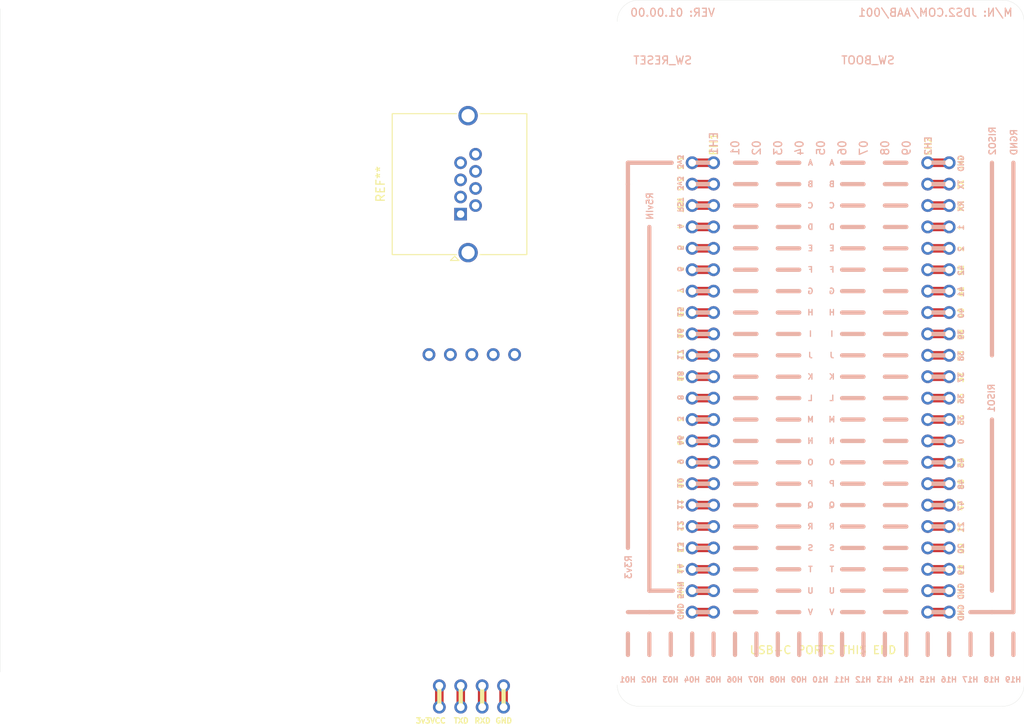
<source format=kicad_pcb>
(kicad_pcb (version 20240108) (generator "pcbnew") (generator_version "8.0")
  (layers (0 "F.Cu" signal) (31 "B.Cu" signal) (34 "B.Paste" user) (35 "F.Paste" user) (36 "B.SilkS" user "B.Silkscreen") (37 "F.SilkS" user "F.Silkscreen") (38 "B.Mask" user) (39 "F.Mask" user) (44 "Edge.Cuts" user))
  (net 0 "")
  (footprint "Connector_RJ:RJ45_Amphenol_RJHSE5380" (layer "F.Cu") (at 108.68 -262.65 90)
    (property "Reference" "REF**")
    (property "Value" "RJ45_Amphenol_RJHSE5380")
  )
  (gr_line (start 136.15 -240.81) (end 138.69 -240.81) (stroke (width 0.508)) (layer "B.SilkS"))
  (gr_line (start 166.63 -212.87) (end 166.63 -210.33) (stroke (width 0.508)) (layer "B.SilkS"))
  (gr_line (start 164.09 -238.27) (end 166.63 -238.27) (stroke (width 0.508)) (layer "B.SilkS"))
  (gr_line (start 159.01 -253.51) (end 161.55 -253.51) (stroke (width 0.508)) (layer "B.SilkS"))
  (gr_line (start 159.01 -240.81) (end 161.55 -240.81) (stroke (width 0.508)) (layer "B.SilkS"))
  (gr_line (start 133.87 -215.41) (end 131.07 -215.41) (stroke (width 0.508)) (layer "B.SilkS"))
  (gr_line (start 146.31 -225.57) (end 148.85 -225.57) (stroke (width 0.508)) (layer "B.SilkS"))
  (gr_line (start 156.47 -212.87) (end 156.47 -210.33) (stroke (width 0.508)) (layer "B.SilkS"))
  (gr_line (start 151.39 -212.87) (end 151.39 -210.33) (stroke (width 0.508)) (layer "B.SilkS"))
  (gr_line (start 164.09 -212.87) (end 164.09 -210.33) (stroke (width 0.508)) (layer "B.SilkS"))
  (gr_line (start 164.09 -240.81) (end 166.63 -240.81) (stroke (width 0.508)) (layer "B.SilkS"))
  (gr_line (start 153.93 -223.03) (end 156.47 -223.03) (stroke (width 0.508)) (layer "B.SilkS"))
  (gr_line (start 148.85 -212.87) (end 148.85 -210.33) (stroke (width 0.508)) (layer "B.SilkS"))
  (gr_line (start 164.09 -228.11) (end 166.63 -228.11) (stroke (width 0.508)) (layer "B.SilkS"))
  (gr_line (start 153.93 -245.89) (end 156.47 -245.89) (stroke (width 0.508)) (layer "B.SilkS"))
  (gr_line (start 136.15 -268.75) (end 138.69 -268.75) (stroke (width 0.508)) (layer "B.SilkS"))
  (gr_line (start 141.23 -217.95) (end 143.77 -217.95) (stroke (width 0.508)) (layer "B.SilkS"))
  (gr_line (start 136.15 -223.03) (end 138.69 -223.03) (stroke (width 0.508)) (layer "B.SilkS"))
  (gr_line (start 136.15 -258.59) (end 138.69 -258.59) (stroke (width 0.508)) (layer "B.SilkS"))
  (gr_line (start 153.93 -268.75) (end 156.47 -268.75) (stroke (width 0.508)) (layer "B.SilkS"))
  (gr_line (start 136.15 -250.97) (end 138.69 -250.97) (stroke (width 0.508)) (layer "B.SilkS"))
  (gr_line (start 164.09 -263.67) (end 166.63 -263.67) (stroke (width 0.508)) (layer "B.SilkS"))
  (gr_line (start 159.01 -238.27) (end 161.55 -238.27) (stroke (width 0.508)) (layer "B.SilkS"))
  (gr_line (start 153.93 -243.35) (end 156.47 -243.35) (stroke (width 0.508)) (layer "B.SilkS"))
  (gr_line (start 146.31 -263.67) (end 148.85 -263.67) (stroke (width 0.508)) (layer "B.SilkS"))
  (gr_line (start 153.93 -261.13) (end 156.47 -261.13) (stroke (width 0.508)) (layer "B.SilkS"))
  (gr_line (start 174.25 -212.87) (end 174.25 -210.33) (stroke (width 0.508)) (layer "B.SilkS"))
  (gr_line (start 136.15 -215.41) (end 138.69 -215.41) (stroke (width 0.508)) (layer "B.SilkS"))
  (gr_line (start 136.15 -253.51) (end 138.69 -253.51) (stroke (width 0.508)) (layer "B.SilkS"))
  (gr_line (start 138.69 -212.87) (end 138.69 -210.33) (stroke (width 0.508)) (layer "B.SilkS"))
  (gr_line (start 136.15 -220.49) (end 138.69 -220.49) (stroke (width 0.508)) (layer "B.SilkS"))
  (gr_line (start 131.07 -212.87) (end 131.07 -210.33) (stroke (width 0.508)) (layer "B.SilkS"))
  (gr_line (start 141.23 -250.97) (end 143.77 -250.97) (stroke (width 0.508)) (layer "B.SilkS"))
  (gr_line (start 146.31 -256.05) (end 148.85 -256.05) (stroke (width 0.508)) (layer "B.SilkS"))
  (gr_line (start 153.93 -217.95) (end 156.47 -217.95) (stroke (width 0.508)) (layer "B.SilkS"))
  (gr_line (start 153.93 -240.81) (end 156.47 -240.81) (stroke (width 0.508)) (layer "B.SilkS"))
  (gr_line (start 153.93 -253.51) (end 156.47 -253.51) (stroke (width 0.508)) (layer "B.SilkS"))
  (gr_line (start 136.15 -235.73) (end 138.69 -235.73) (stroke (width 0.508)) (layer "B.SilkS"))
  (gr_line (start 136.15 -261.13) (end 138.69 -261.13) (stroke (width 0.508)) (layer "B.SilkS"))
  (gr_line (start 136.15 -238.27) (end 138.69 -238.27) (stroke (width 0.508)) (layer "B.SilkS"))
  (gr_line (start 153.93 -248.43) (end 156.47 -248.43) (stroke (width 0.508)) (layer "B.SilkS"))
  (gr_line (start 131.07 -217.95) (end 133.85 -217.95) (stroke (width 0.508)) (layer "B.SilkS"))
  (gr_line (start 146.31 -243.35) (end 148.85 -243.35) (stroke (width 0.508)) (layer "B.SilkS"))
  (gr_line (start 141.23 -243.35) (end 143.77 -243.35) (stroke (width 0.508)) (layer "B.SilkS"))
  (gr_line (start 159.01 -248.43) (end 161.55 -248.43) (stroke (width 0.508)) (layer "B.SilkS"))
  (gr_line (start 146.31 -250.97) (end 148.85 -250.97) (stroke (width 0.508)) (layer "B.SilkS"))
  (gr_line (start 128.53 -266.21) (end 128.53 -223.03) (stroke (width 0.508)) (layer "B.SilkS"))
  (gr_line (start 141.23 -261.13) (end 143.77 -261.13) (stroke (width 0.508)) (layer "B.SilkS"))
  (gr_line (start 164.09 -261.13) (end 166.63 -261.13) (stroke (width 0.508)) (layer "B.SilkS"))
  (gr_line (start 128.53 -268.75) (end 128.53 -266.21) (stroke (width 0.508)) (layer "B.SilkS"))
  (gr_line (start 141.23 -223.03) (end 143.77 -223.03) (stroke (width 0.508)) (layer "B.SilkS"))
  (gr_line (start 164.09 -248.43) (end 166.63 -248.43) (stroke (width 0.508)) (layer "B.SilkS"))
  (gr_line (start 153.93 -230.65) (end 156.47 -230.65) (stroke (width 0.508)) (layer "B.SilkS"))
  (gr_line (start 153.93 -225.57) (end 156.47 -225.57) (stroke (width 0.508)) (layer "B.SilkS"))
  (gr_line (start 153.93 -266.21) (end 156.47 -266.21) (stroke (width 0.508)) (layer "B.SilkS"))
  (gr_line (start 159.01 -215.41) (end 161.55 -215.41) (stroke (width 0.508)) (layer "B.SilkS"))
  (gr_line (start 146.31 -261.13) (end 148.85 -261.13) (stroke (width 0.508)) (layer "B.SilkS"))
  (gr_line (start 141.23 -253.51) (end 143.77 -253.51) (stroke (width 0.508)) (layer "B.SilkS"))
  (gr_line (start 141.23 -220.49) (end 143.77 -220.49) (stroke (width 0.508)) (layer "B.SilkS"))
  (gr_line (start 136.15 -225.57) (end 138.69 -225.57) (stroke (width 0.508)) (layer "B.SilkS"))
  (gr_line (start 141.23 -212.87) (end 141.23 -210.33) (stroke (width 0.508)) (layer "B.SilkS"))
  (gr_line (start 153.93 -235.73) (end 156.47 -235.73) (stroke (width 0.508)) (layer "B.SilkS"))
  (gr_line (start 141.23 -215.41) (end 143.77 -215.41) (stroke (width 0.508)) (layer "B.SilkS"))
  (gr_line (start 133.72 -268.75) (end 128.53 -268.75) (stroke (width 0.508)) (layer "B.SilkS"))
  (gr_line (start 159.01 -268.75) (end 161.55 -268.75) (stroke (width 0.508)) (layer "B.SilkS"))
  (gr_line (start 159.01 -233.19) (end 161.55 -233.19) (stroke (width 0.508)) (layer "B.SilkS"))
  (gr_line (start 141.23 -263.67) (end 143.77 -263.67) (stroke (width 0.508)) (layer "B.SilkS"))
  (gr_line (start 159.01 -258.59) (end 161.55 -258.59) (stroke (width 0.508)) (layer "B.SilkS"))
  (gr_line (start 146.31 -266.21) (end 148.85 -266.21) (stroke (width 0.508)) (layer "B.SilkS"))
  (gr_line (start 171.71 -238.27) (end 171.71 -217.95) (stroke (width 0.508)) (layer "B.SilkS"))
  (gr_line (start 136.15 -248.43) (end 138.69 -248.43) (stroke (width 0.508)) (layer "B.SilkS"))
  (gr_line (start 141.23 -230.65) (end 143.77 -230.65) (stroke (width 0.508)) (layer "B.SilkS"))
  (gr_line (start 131.07 -261.13) (end 131.07 -217.95) (stroke (width 0.508)) (layer "B.SilkS"))
  (gr_line (start 136.15 -228.11) (end 138.69 -228.11) (stroke (width 0.508)) (layer "B.SilkS"))
  (gr_line (start 164.09 -230.65) (end 166.63 -230.65) (stroke (width 0.508)) (layer "B.SilkS"))
  (gr_line (start 164.09 -225.57) (end 166.63 -225.57) (stroke (width 0.508)) (layer "B.SilkS"))
  (gr_line (start 153.93 -212.87) (end 153.93 -210.33) (stroke (width 0.508)) (layer "B.SilkS"))
  (gr_line (start 159.01 -225.57) (end 161.55 -225.57) (stroke (width 0.508)) (layer "B.SilkS"))
  (gr_line (start 153.93 -263.67) (end 156.47 -263.67) (stroke (width 0.508)) (layer "B.SilkS"))
  (gr_line (start 141.23 -233.19) (end 143.77 -233.19) (stroke (width 0.508)) (layer "B.SilkS"))
  (gr_line (start 164.09 -253.51) (end 166.63 -253.51) (stroke (width 0.508)) (layer "B.SilkS"))
  (gr_line (start 153.93 -215.41) (end 156.47 -215.41) (stroke (width 0.508)) (layer "B.SilkS"))
  (gr_line (start 146.31 -230.65) (end 148.85 -230.65) (stroke (width 0.508)) (layer "B.SilkS"))
  (gr_line (start 146.31 -258.59) (end 148.85 -258.59) (stroke (width 0.508)) (layer "B.SilkS"))
  (gr_line (start 146.31 -217.95) (end 148.85 -217.95) (stroke (width 0.508)) (layer "B.SilkS"))
  (gr_line (start 159.01 -243.35) (end 161.55 -243.35) (stroke (width 0.508)) (layer "B.SilkS"))
  (gr_line (start 174.25 -215.41) (end 174.25 -268.75) (stroke (width 0.508)) (layer "B.SilkS"))
  (gr_line (start 169.15 -215.41) (end 171.71 -215.41) (stroke (width 0.508)) (layer "B.SilkS"))
  (gr_line (start 146.31 -238.27) (end 148.85 -238.27) (stroke (width 0.508)) (layer "B.SilkS"))
  (gr_line (start 159.01 -223.03) (end 161.55 -223.03) (stroke (width 0.508)) (layer "B.SilkS"))
  (gr_line (start 146.31 -228.11) (end 148.85 -228.11) (stroke (width 0.508)) (layer "B.SilkS"))
  (gr_line (start 141.23 -248.43) (end 143.77 -248.43) (stroke (width 0.508)) (layer "B.SilkS"))
  (gr_line (start 136.15 -263.67) (end 138.69 -263.67) (stroke (width 0.508)) (layer "B.SilkS"))
  (gr_line (start 141.23 -256.05) (end 143.77 -256.05) (stroke (width 0.508)) (layer "B.SilkS"))
  (gr_line (start 136.15 -212.87) (end 136.15 -210.33) (stroke (width 0.508)) (layer "B.SilkS"))
  (gr_line (start 159.01 -230.65) (end 161.55 -230.65) (stroke (width 0.508)) (layer "B.SilkS"))
  (gr_line (start 164.09 -266.21) (end 166.63 -266.21) (stroke (width 0.508)) (layer "B.SilkS"))
  (gr_line (start 136.15 -230.65) (end 138.69 -230.65) (stroke (width 0.508)) (layer "B.SilkS"))
  (gr_line (start 146.31 -212.87) (end 146.31 -210.33) (stroke (width 0.508)) (layer "B.SilkS"))
  (gr_line (start 136.15 -245.89) (end 138.69 -245.89) (stroke (width 0.508)) (layer "B.SilkS"))
  (gr_line (start 164.09 -245.89) (end 166.63 -245.89) (stroke (width 0.508)) (layer "B.SilkS"))
  (gr_line (start 146.31 -215.41) (end 148.85 -215.41) (stroke (width 0.508)) (layer "B.SilkS"))
  (gr_line (start 159.01 -261.13) (end 161.55 -261.13) (stroke (width 0.508)) (layer "B.SilkS"))
  (gr_line (start 159.01 -250.97) (end 161.55 -250.97) (stroke (width 0.508)) (layer "B.SilkS"))
  (gr_line (start 164.09 -220.49) (end 166.63 -220.49) (stroke (width 0.508)) (layer "B.SilkS"))
  (gr_line (start 161.55 -212.87) (end 161.55 -210.33) (stroke (width 0.508)) (layer "B.SilkS"))
  (gr_line (start 164.09 -256.05) (end 166.63 -256.05) (stroke (width 0.508)) (layer "B.SilkS"))
  (gr_line (start 146.31 -240.81) (end 148.85 -240.81) (stroke (width 0.508)) (layer "B.SilkS"))
  (gr_line (start 146.31 -245.89) (end 148.85 -245.89) (stroke (width 0.508)) (layer "B.SilkS"))
  (gr_line (start 146.31 -268.75) (end 148.85 -268.75) (stroke (width 0.508)) (layer "B.SilkS"))
  (gr_line (start 136.15 -266.21) (end 138.69 -266.21) (stroke (width 0.508)) (layer "B.SilkS"))
  (gr_line (start 141.23 -235.73) (end 143.77 -235.73) (stroke (width 0.508)) (layer "B.SilkS"))
  (gr_line (start 146.31 -220.49) (end 148.85 -220.49) (stroke (width 0.508)) (layer "B.SilkS"))
  (gr_line (start 164.09 -215.41) (end 166.63 -215.41) (stroke (width 0.508)) (layer "B.SilkS"))
  (gr_line (start 136.15 -217.95) (end 138.69 -217.95) (stroke (width 0.508)) (layer "B.SilkS"))
  (gr_line (start 133.61 -212.87) (end 133.61 -210.33) (stroke (width 0.508)) (layer "B.SilkS"))
  (gr_line (start 136.15 -256.05) (end 138.69 -256.05) (stroke (width 0.508)) (layer "B.SilkS"))
  (gr_line (start 146.31 -235.73) (end 148.85 -235.73) (stroke (width 0.508)) (layer "B.SilkS"))
  (gr_line (start 153.93 -238.27) (end 156.47 -238.27) (stroke (width 0.508)) (layer "B.SilkS"))
  (gr_line (start 164.09 -258.59) (end 166.63 -258.59) (stroke (width 0.508)) (layer "B.SilkS"))
  (gr_line (start 141.23 -258.59) (end 143.77 -258.59) (stroke (width 0.508)) (layer "B.SilkS"))
  (gr_line (start 159.01 -217.95) (end 161.55 -217.95) (stroke (width 0.508)) (layer "B.SilkS"))
  (gr_line (start 136.15 -243.35) (end 138.69 -243.35) (stroke (width 0.508)) (layer "B.SilkS"))
  (gr_line (start 128.53 -212.87) (end 128.53 -210.33) (stroke (width 0.508)) (layer "B.SilkS"))
  (gr_line (start 141.23 -266.21) (end 143.77 -266.21) (stroke (width 0.508)) (layer "B.SilkS"))
  (gr_line (start 153.93 -220.49) (end 156.47 -220.49) (stroke (width 0.508)) (layer "B.SilkS"))
  (gr_line (start 153.93 -250.97) (end 156.47 -250.97) (stroke (width 0.508)) (layer "B.SilkS"))
  (gr_line (start 146.31 -248.43) (end 148.85 -248.43) (stroke (width 0.508)) (layer "B.SilkS"))
  (gr_line (start 159.01 -228.11) (end 161.55 -228.11) (stroke (width 0.508)) (layer "B.SilkS"))
  (gr_line (start 159.01 -256.05) (end 161.55 -256.05) (stroke (width 0.508)) (layer "B.SilkS"))
  (gr_line (start 164.09 -250.97) (end 166.63 -250.97) (stroke (width 0.508)) (layer "B.SilkS"))
  (gr_line (start 153.93 -228.11) (end 156.47 -228.11) (stroke (width 0.508)) (layer "B.SilkS"))
  (gr_line (start 171.71 -215.41) (end 174.25 -215.41) (stroke (width 0.508)) (layer "B.SilkS"))
  (gr_line (start 159.01 -263.67) (end 161.55 -263.67) (stroke (width 0.508)) (layer "B.SilkS"))
  (gr_line (start 164.09 -235.73) (end 166.63 -235.73) (stroke (width 0.508)) (layer "B.SilkS"))
  (gr_line (start 171.71 -245.89) (end 171.71 -268.75) (stroke (width 0.508)) (layer "B.SilkS"))
  (gr_line (start 153.93 -256.05) (end 156.47 -256.05) (stroke (width 0.508)) (layer "B.SilkS"))
  (gr_line (start 141.23 -268.75) (end 143.77 -268.75) (stroke (width 0.508)) (layer "B.SilkS"))
  (gr_line (start 164.09 -268.75) (end 166.63 -268.75) (stroke (width 0.508)) (layer "B.SilkS"))
  (gr_line (start 136.15 -233.19) (end 138.69 -233.19) (stroke (width 0.508)) (layer "B.SilkS"))
  (gr_line (start 164.09 -217.95) (end 166.63 -217.95) (stroke (width 0.508)) (layer "B.SilkS"))
  (gr_line (start 171.71 -212.87) (end 171.71 -210.33) (stroke (width 0.508)) (layer "B.SilkS"))
  (gr_line (start 159.01 -245.89) (end 161.55 -245.89) (stroke (width 0.508)) (layer "B.SilkS"))
  (gr_line (start 164.09 -233.19) (end 166.63 -233.19) (stroke (width 0.508)) (layer "B.SilkS"))
  (gr_line (start 153.93 -258.59) (end 156.47 -258.59) (stroke (width 0.508)) (layer "B.SilkS"))
  (gr_line (start 141.23 -238.27) (end 143.77 -238.27) (stroke (width 0.508)) (layer "B.SilkS"))
  (gr_line (start 164.09 -243.35) (end 166.63 -243.35) (stroke (width 0.508)) (layer "B.SilkS"))
  (gr_line (start 141.23 -240.81) (end 143.77 -240.81) (stroke (width 0.508)) (layer "B.SilkS"))
  (gr_line (start 169.17 -212.87) (end 169.17 -210.33) (stroke (width 0.508)) (layer "B.SilkS"))
  (gr_line (start 159.01 -266.21) (end 161.55 -266.21) (stroke (width 0.508)) (layer "B.SilkS"))
  (gr_line (start 143.77 -212.87) (end 143.77 -210.33) (stroke (width 0.508)) (layer "B.SilkS"))
  (gr_line (start 146.31 -253.51) (end 148.85 -253.51) (stroke (width 0.508)) (layer "B.SilkS"))
  (gr_line (start 141.23 -228.11) (end 143.77 -228.11) (stroke (width 0.508)) (layer "B.SilkS"))
  (gr_line (start 164.09 -223.03) (end 166.63 -223.03) (stroke (width 0.508)) (layer "B.SilkS"))
  (gr_line (start 159.01 -212.87) (end 159.01 -210.33) (stroke (width 0.508)) (layer "B.SilkS"))
  (gr_line (start 141.23 -245.89) (end 143.77 -245.89) (stroke (width 0.508)) (layer "B.SilkS"))
  (gr_line (start 141.23 -225.57) (end 143.77 -225.57) (stroke (width 0.508)) (layer "B.SilkS"))
  (gr_line (start 131.07 -215.41) (end 128.53 -215.41) (stroke (width 0.508)) (layer "B.SilkS"))
  (gr_line (start 159.01 -235.73) (end 161.55 -235.73) (stroke (width 0.508)) (layer "B.SilkS"))
  (gr_line (start 153.93 -233.19) (end 156.47 -233.19) (stroke (width 0.508)) (layer "B.SilkS"))
  (gr_line (start 159.01 -220.49) (end 161.55 -220.49) (stroke (width 0.508)) (layer "B.SilkS"))
  (gr_line (start 146.31 -223.03) (end 148.85 -223.03) (stroke (width 0.508)) (layer "B.SilkS"))
  (gr_line (start 146.31 -233.19) (end 148.85 -233.19) (stroke (width 0.508)) (layer "B.SilkS"))
  (gr_line (start 136.15 -238.27) (end 138.69 -238.27) (stroke (width 0.508)) (layer "F.SilkS"))
  (gr_line (start 164.09 -268.75) (end 166.63 -268.75) (stroke (width 0.508)) (layer "F.SilkS"))
  (gr_line (start 164.09 -220.49) (end 166.63 -220.49) (stroke (width 0.508)) (layer "F.SilkS"))
  (gr_line (start 136.15 -250.97) (end 138.69 -250.97) (stroke (width 0.508)) (layer "F.SilkS"))
  (gr_line (start 164.09 -245.89) (end 166.63 -245.89) (stroke (width 0.508)) (layer "F.SilkS"))
  (gr_line (start 136.15 -235.73) (end 138.69 -235.73) (stroke (width 0.508)) (layer "F.SilkS"))
  (gr_line (start 164.09 -266.21) (end 166.63 -266.21) (stroke (width 0.508)) (layer "F.SilkS"))
  (gr_line (start 164.09 -263.67) (end 166.63 -263.67) (stroke (width 0.508)) (layer "F.SilkS"))
  (gr_line (start 164.09 -215.41) (end 166.63 -215.41) (stroke (width 0.508)) (layer "F.SilkS"))
  (gr_line (start 164.09 -238.27) (end 166.63 -238.27) (stroke (width 0.508)) (layer "F.SilkS"))
  (gr_line (start 164.09 -240.81) (end 166.63 -240.81) (stroke (width 0.508)) (layer "F.SilkS"))
  (gr_line (start 136.15 -248.43) (end 138.69 -248.43) (stroke (width 0.508)) (layer "F.SilkS"))
  (gr_line (start 106.16 -206.67) (end 106.16 -204.13) (stroke (width 0.508)) (layer "F.SilkS"))
  (gr_line (start 164.09 -248.43) (end 166.63 -248.43) (stroke (width 0.508)) (layer "F.SilkS"))
  (gr_line (start 164.09 -250.97) (end 166.63 -250.97) (stroke (width 0.508)) (layer "F.SilkS"))
  (gr_line (start 164.09 -261.13) (end 166.63 -261.13) (stroke (width 0.508)) (layer "F.SilkS"))
  (gr_line (start 164.09 -225.57) (end 166.63 -225.57) (stroke (width 0.508)) (layer "F.SilkS"))
  (gr_line (start 164.09 -223.03) (end 166.63 -223.03) (stroke (width 0.508)) (layer "F.SilkS"))
  (gr_line (start 136.15 -215.41) (end 138.69 -215.41) (stroke (width 0.508)) (layer "F.SilkS"))
  (gr_line (start 164.09 -253.51) (end 166.63 -253.51) (stroke (width 0.508)) (layer "F.SilkS"))
  (gr_line (start 136.15 -243.35) (end 138.69 -243.35) (stroke (width 0.508)) (layer "F.SilkS"))
  (gr_line (start 136.15 -225.57) (end 138.69 -225.57) (stroke (width 0.508)) (layer "F.SilkS"))
  (gr_line (start 136.15 -258.59) (end 138.69 -258.59) (stroke (width 0.508)) (layer "F.SilkS"))
  (gr_line (start 164.09 -217.95) (end 166.63 -217.95) (stroke (width 0.508)) (layer "F.SilkS"))
  (gr_line (start 136.15 -223.03) (end 138.69 -223.03) (stroke (width 0.508)) (layer "F.SilkS"))
  (gr_line (start 111.24 -206.67) (end 111.24 -204.13) (stroke (width 0.508)) (layer "F.SilkS"))
  (gr_line (start 136.15 -220.49) (end 138.69 -220.49) (stroke (width 0.508)) (layer "F.SilkS"))
  (gr_line (start 136.15 -268.75) (end 138.69 -268.75) (stroke (width 0.508)) (layer "F.SilkS"))
  (gr_line (start 164.09 -228.11) (end 166.63 -228.11) (stroke (width 0.508)) (layer "F.SilkS"))
  (gr_line (start 136.15 -230.65) (end 138.69 -230.65) (stroke (width 0.508)) (layer "F.SilkS"))
  (gr_line (start 136.15 -228.11) (end 138.69 -228.11) (stroke (width 0.508)) (layer "F.SilkS"))
  (gr_line (start 136.15 -256.05) (end 138.69 -256.05) (stroke (width 0.508)) (layer "F.SilkS"))
  (gr_line (start 136.15 -263.67) (end 138.69 -263.67) (stroke (width 0.508)) (layer "F.SilkS"))
  (gr_line (start 108.7 -206.67) (end 108.7 -204.13) (stroke (width 0.508)) (layer "F.SilkS"))
  (gr_line (start 164.09 -243.35) (end 166.63 -243.35) (stroke (width 0.508)) (layer "F.SilkS"))
  (gr_line (start 164.09 -233.19) (end 166.63 -233.19) (stroke (width 0.508)) (layer "F.SilkS"))
  (gr_line (start 164.09 -235.73) (end 166.63 -235.73) (stroke (width 0.508)) (layer "F.SilkS"))
  (gr_line (start 136.15 -217.95) (end 138.69 -217.95) (stroke (width 0.508)) (layer "F.SilkS"))
  (gr_line (start 164.09 -230.65) (end 166.63 -230.65) (stroke (width 0.508)) (layer "F.SilkS"))
  (gr_line (start 136.15 -261.13) (end 138.69 -261.13) (stroke (width 0.508)) (layer "F.SilkS"))
  (gr_line (start 136.15 -245.89) (end 138.69 -245.89) (stroke (width 0.508)) (layer "F.SilkS"))
  (gr_line (start 136.15 -266.21) (end 138.69 -266.21) (stroke (width 0.508)) (layer "F.SilkS"))
  (gr_line (start 164.09 -256.05) (end 166.63 -256.05) (stroke (width 0.508)) (layer "F.SilkS"))
  (gr_line (start 136.15 -253.51) (end 138.69 -253.51) (stroke (width 0.508)) (layer "F.SilkS"))
  (gr_line (start 136.15 -233.19) (end 138.69 -233.19) (stroke (width 0.508)) (layer "F.SilkS"))
  (gr_line (start 136.15 -240.81) (end 138.69 -240.81) (stroke (width 0.508)) (layer "F.SilkS"))
  (gr_line (start 113.78 -206.67) (end 113.78 -204.13) (stroke (width 0.508)) (layer "F.SilkS"))
  (gr_line (start 164.09 -258.59) (end 166.63 -258.59) (stroke (width 0.508)) (layer "F.SilkS"))
  (gr_arc (start 127.26 -285.514) (mid 128.003949 -287.310051) (end 129.8 -288.054) (stroke (width 0.0254)) (layer "Edge.Cuts"))
  (gr_line (start 129.8 -288.054) (end 172.98 -288.054) (stroke (width 0.0254)) (layer "Edge.Cuts"))
  (gr_arc (start 175.52 -206.774) (mid 174.776051 -204.977949) (end 172.98 -204.234) (stroke (width 0.0254)) (layer "Edge.Cuts"))
  (gr_line (start 54.06 -208.3) (end 54.06 -287.04) (stroke (width 0.0254)) (layer "Edge.Cuts"))
  (gr_arc (start 172.98 -288.054) (mid 174.776051 -287.310051) (end 175.52 -285.514) (stroke (width 0.0254)) (layer "Edge.Cuts"))
  (gr_line (start 129.8 -204.234) (end 172.98 -204.234) (stroke (width 0.0254)) (layer "Edge.Cuts"))
  (gr_arc (start 129.8 -204.234) (mid 128.003949 -204.977949) (end 127.26 -206.774) (stroke (width 0.0254)) (layer "Edge.Cuts"))
  (gr_line (start 175.52 -206.774) (end 175.52 -285.514) (stroke (width 0.0254)) (layer "Edge.Cuts"))
  (gr_text "H19" (at 173.18 -207.764 0) (layer "B.SilkS") (effects (font (size 0.635 0.635) (thickness 0.1524) (bold yes)) (justify right top mirror)))
  (gr_text "P" (at 149.753285 -230.654 0) (layer "B.SilkS") (effects (font (size 0.654 0.654)) (justify right mirror)))
  (gr_text "L" (at 149.815571 -240.814 0) (layer "B.SilkS") (effects (font (size 0.654 0.654)) (justify right mirror)))
  (gr_text "J" (at 149.831142 -245.894 0) (layer "B.SilkS") (effects (font (size 0.654 0.654)) (justify right mirror)))
  (gr_text "H17" (at 168.1 -207.764 0) (layer "B.SilkS") (effects (font (size 0.635 0.635) (thickness 0.1524) (bold yes)) (justify right top mirror)))
  (gr_text "I" (at 149.924571 -248.434 0) (layer "B.SilkS") (effects (font (size 0.654 0.654)) (justify right mirror)))
  (gr_text "06" (at 153.403787 -269.514 90) (layer "B.SilkS") (effects (font (size 0.9398 0.9398) (thickness 0.1524) (bold yes)) (justify right top mirror)))
  (gr_text "H12" (at 155.4 -207.764 0) (layer "B.SilkS") (effects (font (size 0.635 0.635) (thickness 0.1524) (bold yes)) (justify right top mirror)))
  (gr_text "45" (at 167.6714 -232.409857 90) (layer "B.SilkS") (effects (font (size 0.635 0.635) (thickness 0.1524) (bold yes)) (justify right top mirror)))
  (gr_text "7" (at 135.11 -253.988762 270) (layer "B.SilkS") (effects (font (size 0.635 0.635) (thickness 0.1524) (bold yes)) (justify right top mirror)))
  (gr_text "S" (at 149.768857 -223.034 0) (layer "B.SilkS") (effects (font (size 0.654 0.654)) (justify right mirror)))
  (gr_text "U" (at 152.277714 -217.954 0) (layer "B.SilkS") (effects (font (size 0.654 0.654)) (justify right mirror)))
  (gr_text "42" (at 167.6714 -255.269857 90) (layer "B.SilkS") (effects (font (size 0.635 0.635) (thickness 0.1524) (bold yes)) (justify right top mirror)))
  (gr_text "C" (at 152.293285 -263.674 0) (layer "B.SilkS") (effects (font (size 0.654 0.654)) (justify right mirror)))
  (gr_text "4" (at 135.11 -261.608762 270) (layer "B.SilkS") (effects (font (size 0.635 0.635) (thickness 0.1524) (bold yes)) (justify right top mirror)))
  (gr_text "O" (at 152.277714 -233.194 0) (layer "B.SilkS") (effects (font (size 0.654 0.654)) (justify right mirror)))
  (gr_text "K" (at 152.293285 -243.354 0) (layer "B.SilkS") (effects (font (size 0.654 0.654)) (justify right mirror)))
  (gr_text "V" (at 152.34 -215.414 0) (layer "B.SilkS") (effects (font (size 0.654 0.654)) (justify right mirror)))
  (gr_text "19" (at 167.6714 -219.709857 90) (layer "B.SilkS") (effects (font (size 0.635 0.635) (thickness 0.1524) (bold yes)) (justify right top mirror)))
  (gr_text "VER: 01.00.00" (at 138.944 -286.022 0) (layer "B.SilkS") (effects (font (size 0.9398 0.9398) (thickness 0.1524) (bold yes)) (justify left bottom mirror)))
  (gr_text "H05" (at 137.62 -207.764 0) (layer "B.SilkS") (effects (font (size 0.635 0.635) (thickness 0.1524) (bold yes)) (justify right top mirror)))
  (gr_text "TX" (at 167.6714 -265.490333 90) (layer "B.SilkS") (effects (font (size 0.635 0.635) (thickness 0.1524) (bold yes)) (justify right top mirror)))
  (gr_text "12" (at 135.11 -226.351143 270) (layer "B.SilkS") (effects (font (size 0.635 0.635) (thickness 0.1524) (bold yes)) (justify right top mirror)))
  (gr_text "0\n" (at 167.6714 -235.252238 90) (layer "B.SilkS") (effects (font (size 0.635 0.635) (thickness 0.1524) (bold yes)) (justify right top mirror)))
  (gr_text "SW_BOOT" (at 153.75 -281.464 0) (layer "B.SilkS") (effects (font (size 0.9398 0.9398) (thickness 0.1524) (bold yes)) (justify right top mirror)))
  (gr_text "SW_RESET" (at 129.08 -281.454 0) (layer "B.SilkS") (effects (font (size 0.9398 0.9398) (thickness 0.1524) (bold yes)) (justify right top mirror)))
  (gr_text "09" (at 161.023787 -269.514 90) (layer "B.SilkS") (effects (font (size 0.9398 0.9398) (thickness 0.1524) (bold yes)) (justify right top mirror)))
  (gr_text "5" (at 135.11 -259.068762 270) (layer "B.SilkS") (effects (font (size 0.635 0.635) (thickness 0.1524) (bold yes)) (justify right top mirror)))
  (gr_text "H10" (at 150.32 -207.764 0) (layer "B.SilkS") (effects (font (size 0.635 0.635) (thickness 0.1524) (bold yes)) (justify right top mirror)))
  (gr_text "B" (at 149.753285 -266.214 0) (layer "B.SilkS") (effects (font (size 0.654 0.654)) (justify right mirror)))
  (gr_text "R" (at 152.293285 -225.574 0) (layer "B.SilkS") (effects (font (size 0.654 0.654)) (justify right mirror)))
  (gr_text "R3v3" (at 128.15 -219.254 90) (layer "B.SilkS") (effects (font (size 0.762 0.762) (thickness 0.1524) (bold yes)) (justify right top mirror)))
  (gr_text "RST" (at 135.11 -264.708167 270) (layer "B.SilkS") (effects (font (size 0.635 0.635) (thickness 0.1524) (bold yes)) (justify right top mirror)))
  (gr_text "H" (at 149.737714 -250.974 0) (layer "B.SilkS") (effects (font (size 0.654 0.654)) (justify right mirror)))
  (gr_text "48" (at 167.6714 -229.869857 90) (layer "B.SilkS") (effects (font (size 0.635 0.635) (thickness 0.1524) (bold yes)) (justify right top mirror)))
  (gr_text "EH2" (at 163.7 -269.554 90) (layer "B.SilkS") (effects (font (size 0.762 0.762) (thickness 0.1524) (bold yes)) (justify right top mirror)))
  (gr_text "RISO2" (at 171.32 -269.554 90) (layer "B.SilkS") (effects (font (size 0.762 0.762) (thickness 0.1524) (bold yes)) (justify right top mirror)))
  (gr_text "38" (at 167.6714 -245.109857 90) (layer "B.SilkS") (effects (font (size 0.635 0.635) (thickness 0.1524) (bold yes)) (justify right top mirror)))
  (gr_text "N" (at 152.277714 -235.734 0) (layer "B.SilkS") (effects (font (size 0.654 0.654)) (justify right mirror)))
  (gr_text "35" (at 167.6714 -237.489857 90) (layer "B.SilkS") (effects (font (size 0.635 0.635) (thickness 0.1524) (bold yes)) (justify right top mirror)))
  (gr_text "K" (at 149.753285 -243.354 0) (layer "B.SilkS") (effects (font (size 0.654 0.654)) (justify right mirror)))
  (gr_text "H13" (at 157.94 -207.764 0) (layer "B.SilkS") (effects (font (size 0.635 0.635) (thickness 0.1524) (bold yes)) (justify right top mirror)))
  (gr_text "GND" (at 135.11 -216.554 270) (layer "B.SilkS") (effects (font (size 0.635 0.635) (thickness 0.1524) (bold yes)) (justify right top mirror)))
  (gr_text "46" (at 135.11 -236.511143 270) (layer "B.SilkS") (effects (font (size 0.635 0.635) (thickness 0.1524) (bold yes)) (justify right top mirror)))
  (gr_text "6" (at 135.11 -256.528762 270) (layer "B.SilkS") (effects (font (size 0.635 0.635) (thickness 0.1524) (bold yes)) (justify right top mirror)))
  (gr_text "A" (at 152.34 -268.754 0) (layer "B.SilkS") (effects (font (size 0.654 0.654)) (justify right mirror)))
  (gr_text "S" (at 152.308857 -223.034 0) (layer "B.SilkS") (effects (font (size 0.654 0.654)) (justify right mirror)))
  (gr_text "RISO1" (at 171.204032 -239.032 90) (layer "B.SilkS") (effects (font (size 0.762 0.762) (thickness 0.1524) (bold yes)) (justify right top mirror)))
  (gr_text "41" (at 167.6714 -252.729857 90) (layer "B.SilkS") (effects (font (size 0.635 0.635) (thickness 0.1524) (bold yes)) (justify right top mirror)))
  (gr_text "08" (at 158.483787 -269.514 90) (layer "B.SilkS") (effects (font (size 0.9398 0.9398) (thickness 0.1524) (bold yes)) (justify right top mirror)))
  (gr_text "J" (at 152.371142 -245.894 0) (layer "B.SilkS") (effects (font (size 0.654 0.654)) (justify right mirror)))
  (gr_text "21" (at 167.6714 -224.789857 90) (layer "B.SilkS") (effects (font (size 0.635 0.635) (thickness 0.1524) (bold yes)) (justify right top mirror)))
  (gr_text "I" (at 152.464571 -248.434 0) (layer "B.SilkS") (effects (font (size 0.654 0.654)) (justify right mirror)))
  (gr_text "H03" (at 132.54 -207.764 0) (layer "B.SilkS") (effects (font (size 0.635 0.635) (thickness 0.1524) (bold yes)) (justify right top mirror)))
  (gr_text "A" (at 149.8 -268.754 0) (layer "B.SilkS") (effects (font (size 0.654 0.654)) (justify right mirror)))
  (gr_text "M/N: JDS2.COM/AAB/001" (at 174.25 -286.022 0) (layer "B.SilkS") (effects (font (size 0.9398 0.9398) (thickness 0.1524) (bold yes)) (justify left bottom mirror)))
  (gr_text "R" (at 149.753285 -225.574 0) (layer "B.SilkS") (effects (font (size 0.654 0.654)) (justify right mirror)))
  (gr_text "05" (at 150.863787 -269.514 90) (layer "B.SilkS") (effects (font (size 0.9398 0.9398) (thickness 0.1524) (bold yes)) (justify right top mirror)))
  (gr_text "M" (at 152.246571 -238.274 0) (layer "B.SilkS") (effects (font (size 0.654 0.654)) (justify right mirror)))
  (gr_text "D" (at 149.753285 -261.134 0) (layer "B.SilkS") (effects (font (size 0.654 0.654)) (justify right mirror)))
  (gr_text "2" (at 167.6714 -258.112238 90) (layer "B.SilkS") (effects (font (size 0.635 0.635) (thickness 0.1524) (bold yes)) (justify right top mirror)))
  (gr_text "F" (at 152.34 -256.054 0) (layer "B.SilkS") (effects (font (size 0.654 0.654)) (justify right mirror)))
  (gr_text "GND" (at 167.6714 -267.607 90) (layer "B.SilkS") (effects (font (size 0.635 0.635) (thickness 0.1524) (bold yes)) (justify right top mirror)))
  (gr_text "02" (at 143.243787 -269.514 90) (layer "B.SilkS") (effects (font (size 0.9398 0.9398) (thickness 0.1524) (bold yes)) (justify right top mirror)))
  (gr_text "EH1" (at 138.163787 -269.564 90) (layer "B.SilkS") (effects (font (size 0.9398 0.9398) (thickness 0.1524) (bold yes)) (justify right top mirror)))
  (gr_text "N" (at 149.737714 -235.734 0) (layer "B.SilkS") (effects (font (size 0.654 0.654)) (justify right mirror)))
  (gr_text "40" (at 167.6714 -250.189857 90) (layer "B.SilkS") (effects (font (size 0.635 0.635) (thickness 0.1524) (bold yes)) (justify right top mirror)))
  (gr_text "M" (at 149.706571 -238.274 0) (layer "B.SilkS") (effects (font (size 0.654 0.654)) (justify right mirror)))
  (gr_text "E" (at 149.784428 -258.594 0) (layer "B.SilkS") (effects (font (size 0.654 0.654)) (justify right mirror)))
  (gr_text "39" (at 167.6714 -247.649857 90) (layer "B.SilkS") (effects (font (size 0.635 0.635) (thickness 0.1524) (bold yes)) (justify right top mirror)))
  (gr_text "H14" (at 160.48 -207.764 0) (layer "B.SilkS") (effects (font (size 0.635 0.635) (thickness 0.1524) (bold yes)) (justify right top mirror)))
  (gr_text "04" (at 148.323787 -269.514 90) (layer "B.SilkS") (effects (font (size 0.9398 0.9398) (thickness 0.1524) (bold yes)) (justify right top mirror)))
  (gr_text "15" (at 135.11 -251.751143 270) (layer "B.SilkS") (effects (font (size 0.635 0.635) (thickness 0.1524) (bold yes)) (justify right top mirror)))
  (gr_text "H15" (at 163.02 -207.764 0) (layer "B.SilkS") (effects (font (size 0.635 0.635) (thickness 0.1524) (bold yes)) (justify right top mirror)))
  (gr_text "H09" (at 147.78 -207.764 0) (layer "B.SilkS") (effects (font (size 0.635 0.635) (thickness 0.1524) (bold yes)) (justify right top mirror)))
  (gr_text "GND" (at 167.6714 -214.267 90) (layer "B.SilkS") (effects (font (size 0.635 0.635) (thickness 0.1524) (bold yes)) (justify right top mirror)))
  (gr_text "H04" (at 135.08 -207.764 0) (layer "B.SilkS") (effects (font (size 0.635 0.635) (thickness 0.1524) (bold yes)) (justify right top mirror)))
  (gr_text "B" (at 152.293285 -266.214 0) (layer "B.SilkS") (effects (font (size 0.654 0.654)) (justify right mirror)))
  (gr_text "H02" (at 130 -207.764 0) (layer "B.SilkS") (effects (font (size 0.635 0.635) (thickness 0.1524) (bold yes)) (justify right top mirror)))
  (gr_text "H06" (at 140.16 -207.764 0) (layer "B.SilkS") (effects (font (size 0.635 0.635) (thickness 0.1524) (bold yes)) (justify right top mirror)))
  (gr_text "R5vIN" (at 130.68 -261.894 90) (layer "B.SilkS") (effects (font (size 0.762 0.762) (thickness 0.1524) (bold yes)) (justify right top mirror)))
  (gr_text "10" (at 135.11 -231.431143 270) (layer "B.SilkS") (effects (font (size 0.635 0.635) (thickness 0.1524) (bold yes)) (justify right top mirror)))
  (gr_text "H18" (at 170.64 -207.764 0) (layer "B.SilkS") (effects (font (size 0.635 0.635) (thickness 0.1524) (bold yes)) (justify right top mirror)))
  (gr_text "D" (at 152.293285 -261.134 0) (layer "B.SilkS") (effects (font (size 0.654 0.654)) (justify right mirror)))
  (gr_text "G" (at 152.293285 -253.514 0) (layer "B.SilkS") (effects (font (size 0.654 0.654)) (justify right mirror)))
  (gr_text "9" (at 135.11 -233.668762 270) (layer "B.SilkS") (effects (font (size 0.635 0.635) (thickness 0.1524) (bold yes)) (justify right top mirror)))
  (gr_text "C" (at 149.753285 -263.674 0) (layer "B.SilkS") (effects (font (size 0.654 0.654)) (justify right mirror)))
  (gr_text "03" (at 145.783787 -269.514 90) (layer "B.SilkS") (effects (font (size 0.9398 0.9398) (thickness 0.1524) (bold yes)) (justify right top mirror)))
  (gr_text "RGND" (at 173.87 -269.544 90) (layer "B.SilkS") (effects (font (size 0.762 0.762) (thickness 0.1524) (bold yes)) (justify right top mirror)))
  (gr_text "E" (at 152.324428 -258.594 0) (layer "B.SilkS") (effects (font (size 0.654 0.654)) (justify right mirror)))
  (gr_text "5vIN" (at 135.11 -219.154476 270) (layer "B.SilkS") (effects (font (size 0.635 0.635) (thickness 0.1524) (bold yes)) (justify right top mirror)))
  (gr_text "H11" (at 152.86 -207.764 0) (layer "B.SilkS") (effects (font (size 0.635 0.635) (thickness 0.1524) (bold yes)) (justify right top mirror)))
  (gr_text "H08" (at 145.24 -207.764 0) (layer "B.SilkS") (effects (font (size 0.635 0.635) (thickness 0.1524) (bold yes)) (justify right top mirror)))
  (gr_text "U" (at 149.737714 -217.954 0) (layer "B.SilkS") (effects (font (size 0.654 0.654)) (justify right mirror)))
  (gr_text "07" (at 155.943787 -269.514 90) (layer "B.SilkS") (effects (font (size 0.9398 0.9398) (thickness 0.1524) (bold yes)) (justify right top mirror)))
  (gr_text "T" (at 149.831142 -220.494 0) (layer "B.SilkS") (effects (font (size 0.654 0.654)) (justify right mirror)))
  (gr_text "F" (at 149.8 -256.054 0) (layer "B.SilkS") (effects (font (size 0.654 0.654)) (justify right mirror)))
  (gr_text "Q" (at 149.737714 -228.114 0) (layer "B.SilkS") (effects (font (size 0.654 0.654)) (justify right mirror)))
  (gr_text "37" (at 167.6714 -242.569857 90) (layer "B.SilkS") (effects (font (size 0.635 0.635) (thickness 0.1524) (bold yes)) (justify right top mirror)))
  (gr_text "H07" (at 142.7 -207.764 0) (layer "B.SilkS") (effects (font (size 0.635 0.635) (thickness 0.1524) (bold yes)) (justify right top mirror)))
  (gr_text "16" (at 135.11 -249.211143 270) (layer "B.SilkS") (effects (font (size 0.635 0.635) (thickness 0.1524) (bold yes)) (justify right top mirror)))
  (gr_text "14" (at 135.11 -221.271143 270) (layer "B.SilkS") (effects (font (size 0.635 0.635) (thickness 0.1524) (bold yes)) (justify right top mirror)))
  (gr_text "1" (at 167.6714 -260.652238 90) (layer "B.SilkS") (effects (font (size 0.635 0.635) (thickness 0.1524) (bold yes)) (justify right top mirror)))
  (gr_text "P" (at 152.293285 -230.654 0) (layer "B.SilkS") (effects (font (size 0.654 0.654)) (justify right mirror)))
  (gr_text "3v3" (at 135.11 -267.233048 270) (layer "B.SilkS") (effects (font (size 0.635 0.635) (thickness 0.1524) (bold yes)) (justify right top mirror)))
  (gr_text "36" (at 167.6714 -240.029857 90) (layer "B.SilkS") (effects (font (size 0.635 0.635) (thickness 0.1524) (bold yes)) (justify right top mirror)))
  (gr_text "47" (at 167.6714 -227.329857 90) (layer "B.SilkS") (effects (font (size 0.635 0.635) (thickness 0.1524) (bold yes)) (justify right top mirror)))
  (gr_text "O" (at 149.737714 -233.194 0) (layer "B.SilkS") (effects (font (size 0.654 0.654)) (justify right mirror)))
  (gr_text "3v3" (at 135.11 -269.773048 270) (layer "B.SilkS") (effects (font (size 0.635 0.635) (thickness 0.1524) (bold yes)) (justify right top mirror)))
  (gr_text "H16" (at 165.56 -207.764 0) (layer "B.SilkS") (effects (font (size 0.635 0.635) (thickness 0.1524) (bold yes)) (justify right top mirror)))
  (gr_text "GND" (at 167.6714 -216.807 90) (layer "B.SilkS") (effects (font (size 0.635 0.635) (thickness 0.1524) (bold yes)) (justify right top mirror)))
  (gr_text "L" (at 152.355571 -240.814 0) (layer "B.SilkS") (effects (font (size 0.654 0.654)) (justify right mirror)))
  (gr_text "H01" (at 127.46 -207.764 0) (layer "B.SilkS") (effects (font (size 0.635 0.635) (thickness 0.1524) (bold yes)) (justify right top mirror)))
  (gr_text "20" (at 167.6714 -222.249857 90) (layer "B.SilkS") (effects (font (size 0.635 0.635) (thickness 0.1524) (bold yes)) (justify right top mirror)))
  (gr_text "01" (at 140.703787 -269.514 90) (layer "B.SilkS") (effects (font (size 0.9398 0.9398) (thickness 0.1524) (bold yes)) (justify right top mirror)))
  (gr_text "11" (at 135.11 -228.891143 270) (layer "B.SilkS") (effects (font (size 0.635 0.635) (thickness 0.1524) (bold yes)) (justify right top mirror)))
  (gr_text "18" (at 135.11 -244.131143 270) (layer "B.SilkS") (effects (font (size 0.635 0.635) (thickness 0.1524) (bold yes)) (justify right top mirror)))
  (gr_text "V" (at 149.8 -215.414 0) (layer "B.SilkS") (effects (font (size 0.654 0.654)) (justify right mirror)))
  (gr_text "H" (at 152.277714 -250.974 0) (layer "B.SilkS") (effects (font (size 0.654 0.654)) (justify right mirror)))
  (gr_text "RX" (at 167.6714 -262.874738 90) (layer "B.SilkS") (effects (font (size 0.635 0.635) (thickness 0.1524) (bold yes)) (justify right top mirror)))
  (gr_text "17" (at 135.11 -246.671143 270) (layer "B.SilkS") (effects (font (size 0.635 0.635) (thickness 0.1524) (bold yes)) (justify right top mirror)))
  (gr_text "G" (at 149.753285 -253.514 0) (layer "B.SilkS") (effects (font (size 0.654 0.654)) (justify right mirror)))
  (gr_text "T" (at 152.371142 -220.494 0) (layer "B.SilkS") (effects (font (size 0.654 0.654)) (justify right mirror)))
  (gr_text "Q" (at 152.277714 -228.114 0) (layer "B.SilkS") (effects (font (size 0.654 0.654)) (justify right mirror)))
  (gr_text "3" (at 135.11 -238.748762 270) (layer "B.SilkS") (effects (font (size 0.635 0.635) (thickness 0.1524) (bold yes)) (justify right top mirror)))
  (gr_text "13" (at 135.11 -223.811143 270) (layer "B.SilkS") (effects (font (size 0.635 0.635) (thickness 0.1524) (bold yes)) (justify right top mirror)))
  (gr_text "8" (at 135.11 -241.288762 270) (layer "B.SilkS") (effects (font (size 0.635 0.635) (thickness 0.1524) (bold yes)) (justify right top mirror)))
  (gr_text "19" (at 168.408 -219.720138 90) (layer "F.SilkS") (effects (font (size 0.635 0.635) (thickness 0.1524) (bold yes)) (justify left bottom)))
  (gr_text "8" (at 134.372 -241.277481 270) (layer "F.SilkS") (effects (font (size 0.635 0.635) (thickness 0.1524) (bold yes)) (justify left bottom)))
  (gr_text "21" (at 168.408 -224.800138 90) (layer "F.SilkS") (effects (font (size 0.635 0.635) (thickness 0.1524) (bold yes)) (justify left bottom)))
  (gr_text "3v3" (at 134.372 -269.761767 270) (layer "F.SilkS") (effects (font (size 0.635 0.635) (thickness 0.1524) (bold yes)) (justify left bottom)))
  (gr_text "7" (at 134.372 -253.977481 270) (layer "F.SilkS") (effects (font (size 0.635 0.635) (thickness 0.1524) (bold yes)) (justify left bottom)))
  (gr_text "0\n" (at 168.408 -235.262519 90) (layer "F.SilkS") (effects (font (size 0.635 0.635) (thickness 0.1524) (bold yes)) (justify left bottom)))
  (gr_text "GND" (at 168.408 -214.277281 90) (layer "F.SilkS") (effects (font (size 0.635 0.635) (thickness 0.1524) (bold yes)) (justify left bottom)))
  (gr_text "37" (at 168.408 -242.580138 90) (layer "F.SilkS") (effects (font (size 0.635 0.635) (thickness 0.1524) (bold yes)) (justify left bottom)))
  (gr_text "USB-C PORTS THIS END" (at 142.89 -210.36 0) (layer "F.SilkS") (effects (font (size 0.9398 0.9398) (thickness 0.1524) (bold yes)) (justify left bottom)))
  (gr_text "11" (at 134.372 -228.879862 270) (layer "F.SilkS") (effects (font (size 0.635 0.635) (thickness 0.1524) (bold yes)) (justify left bottom)))
  (gr_text "18" (at 134.372 -244.119862 270) (layer "F.SilkS") (effects (font (size 0.635 0.635) (thickness 0.1524) (bold yes)) (justify left bottom)))
  (gr_text "5vIN" (at 134.372 -219.143195 270) (layer "F.SilkS") (effects (font (size 0.635 0.635) (thickness 0.1524) (bold yes)) (justify left bottom)))
  (gr_text "4" (at 134.372 -261.597481 270) (layer "F.SilkS") (effects (font (size 0.635 0.635) (thickness 0.1524) (bold yes)) (justify left bottom)))
  (gr_text "EH1" (at 139.269755 -269.512 90) (layer "F.SilkS") (effects (font (size 0.9398 0.9398) (thickness 0.1524) (bold yes)) (justify left bottom)))
  (gr_text "GND" (at 168.408 -267.617281 90) (layer "F.SilkS") (effects (font (size 0.635 0.635) (thickness 0.1524) (bold yes)) (justify left bottom)))
  (gr_text "39" (at 168.408 -247.660138 90) (layer "F.SilkS") (effects (font (size 0.635 0.635) (thickness 0.1524) (bold yes)) (justify left bottom)))
  (gr_text "3" (at 134.372 -238.737481 270) (layer "F.SilkS") (effects (font (size 0.635 0.635) (thickness 0.1524) (bold yes)) (justify left bottom)))
  (gr_text "41" (at 168.408 -252.740138 90) (layer "F.SilkS") (effects (font (size 0.635 0.635) (thickness 0.1524) (bold yes)) (justify left bottom)))
  (gr_text "GND" (at 134.372 -216.542719 270) (layer "F.SilkS") (effects (font (size 0.635 0.635) (thickness 0.1524) (bold yes)) (justify left bottom)))
  (gr_text "47" (at 168.408 -227.340138 90) (layer "F.SilkS") (effects (font (size 0.635 0.635) (thickness 0.1524) (bold yes)) (justify left bottom)))
  (gr_text "RX" (at 168.408 -262.885019 90) (layer "F.SilkS") (effects (font (size 0.635 0.635) (thickness 0.1524) (bold yes)) (justify left bottom)))
  (gr_text "48" (at 168.408 -229.880138 90) (layer "F.SilkS") (effects (font (size 0.635 0.635) (thickness 0.1524) (bold yes)) (justify left bottom)))
  (gr_text "36" (at 168.408 -240.040138 90) (layer "F.SilkS") (effects (font (size 0.635 0.635) (thickness 0.1524) (bold yes)) (justify left bottom)))
  (gr_text "46" (at 134.372 -236.499862 270) (layer "F.SilkS") (effects (font (size 0.635 0.635) (thickness 0.1524) (bold yes)) (justify left bottom)))
  (gr_text "40" (at 168.408 -250.200138 90) (layer "F.SilkS") (effects (font (size 0.635 0.635) (thickness 0.1524) (bold yes)) (justify left bottom)))
  (gr_text "5" (at 134.372 -259.057481 270) (layer "F.SilkS") (effects (font (size 0.635 0.635) (thickness 0.1524) (bold yes)) (justify left bottom)))
  (gr_text "RST" (at 134.372 -264.696886 270) (layer "F.SilkS") (effects (font (size 0.635 0.635) (thickness 0.1524) (bold yes)) (justify left bottom)))
  (gr_text "10" (at 134.372 -231.419862 270) (layer "F.SilkS") (effects (font (size 0.635 0.635) (thickness 0.1524) (bold yes)) (justify left bottom)))
  (gr_text "9" (at 134.372 -233.657481 270) (layer "F.SilkS") (effects (font (size 0.635 0.635) (thickness 0.1524) (bold yes)) (justify left bottom)))
  (gr_text "TX" (at 168.408 -265.500614 90) (layer "F.SilkS") (effects (font (size 0.635 0.635) (thickness 0.1524) (bold yes)) (justify left bottom)))
  (gr_text "EH2" (at 164.595968 -269.512 90) (layer "F.SilkS") (effects (font (size 0.762 0.762) (thickness 0.1524) (bold yes)) (justify left bottom)))
  (gr_text "35" (at 168.408 -237.500138 90) (layer "F.SilkS") (effects (font (size 0.635 0.635) (thickness 0.1524) (bold yes)) (justify left bottom)))
  (gr_text "2" (at 168.408 -258.122519 90) (layer "F.SilkS") (effects (font (size 0.635 0.635) (thickness 0.1524) (bold yes)) (justify left bottom)))
  (gr_text "20" (at 168.408 -222.260138 90) (layer "F.SilkS") (effects (font (size 0.635 0.635) (thickness 0.1524) (bold yes)) (justify left bottom)))
  (gr_text "3v3VCC" (at 103.29 -202.15 0) (layer "F.SilkS") (effects (font (size 0.635 0.635) (thickness 0.1524) (bold yes)) (justify left bottom)))
  (gr_text "15" (at 134.372 -251.739862 270) (layer "F.SilkS") (effects (font (size 0.635 0.635) (thickness 0.1524) (bold yes)) (justify left bottom)))
  (gr_text "38" (at 168.408 -245.120138 90) (layer "F.SilkS") (effects (font (size 0.635 0.635) (thickness 0.1524) (bold yes)) (justify left bottom)))
  (gr_text "13" (at 134.372 -223.799862 270) (layer "F.SilkS") (effects (font (size 0.635 0.635) (thickness 0.1524) (bold yes)) (justify left bottom)))
  (gr_text "GND" (at 168.408 -216.817281 90) (layer "F.SilkS") (effects (font (size 0.635 0.635) (thickness 0.1524) (bold yes)) (justify left bottom)))
  (gr_text "RXD" (at 110.25 -202.15 0) (layer "F.SilkS") (effects (font (size 0.635 0.635) (thickness 0.1524) (bold yes)) (justify left bottom)))
  (gr_text "12" (at 134.372 -226.339862 270) (layer "F.SilkS") (effects (font (size 0.635 0.635) (thickness 0.1524) (bold yes)) (justify left bottom)))
  (gr_text "GND" (at 112.73 -202.15 0) (layer "F.SilkS") (effects (font (size 0.635 0.635) (thickness 0.1524) (bold yes)) (justify left bottom)))
  (gr_text "45" (at 168.408 -232.420138 90) (layer "F.SilkS") (effects (font (size 0.635 0.635) (thickness 0.1524) (bold yes)) (justify left bottom)))
  (gr_text "3v3" (at 134.372 -267.221767 270) (layer "F.SilkS") (effects (font (size 0.635 0.635) (thickness 0.1524) (bold yes)) (justify left bottom)))
  (gr_text "14" (at 134.372 -221.259862 270) (layer "F.SilkS") (effects (font (size 0.635 0.635) (thickness 0.1524) (bold yes)) (justify left bottom)))
  (gr_text "1" (at 168.408 -260.662519 90) (layer "F.SilkS") (effects (font (size 0.635 0.635) (thickness 0.1524) (bold yes)) (justify left bottom)))
  (gr_text "16" (at 134.372 -249.199862 270) (layer "F.SilkS") (effects (font (size 0.635 0.635) (thickness 0.1524) (bold yes)) (justify left bottom)))
  (gr_text "42" (at 168.408 -255.280138 90) (layer "F.SilkS") (effects (font (size 0.635 0.635) (thickness 0.1524) (bold yes)) (justify left bottom)))
  (gr_text "17" (at 134.372 -246.659862 270) (layer "F.SilkS") (effects (font (size 0.635 0.635) (thickness 0.1524) (bold yes)) (justify left bottom)))
  (gr_text "TXD" (at 107.79 -202.15 0) (layer "F.SilkS") (effects (font (size 0.635 0.635) (thickness 0.1524) (bold yes)) (justify left bottom)))
  (gr_text "6" (at 134.372 -256.517481 270) (layer "F.SilkS") (effects (font (size 0.635 0.635) (thickness 0.1524) (bold yes)) (justify left bottom)))
  (segment (start 136.15 -225.57) (end 138.69 -225.57) (width 1.016) (layer "F.Cu") (net 0))
  (segment (start 111.24 -206.67) (end 111.24 -204.13) (width 1.016) (layer "F.Cu") (net 0))
  (segment (start 164.09 -263.67) (end 166.63 -263.67) (width 1.016) (layer "F.Cu") (net 0))
  (segment (start 164.09 -245.89) (end 166.63 -245.89) (width 1.016) (layer "F.Cu") (net 0))
  (segment (start 136.15 -230.65) (end 138.69 -230.65) (width 1.016) (layer "F.Cu") (net 0))
  (segment (start 106.16 -206.67) (end 106.16 -204.13) (width 1.016) (layer "F.Cu") (net 0))
  (segment (start 164.09 -268.75) (end 166.63 -268.75) (width 1.016) (layer "F.Cu") (net 0))
  (segment (start 164.09 -248.43) (end 166.63 -248.43) (width 1.016) (layer "F.Cu") (net 0))
  (segment (start 136.15 -250.97) (end 138.69 -250.97) (width 1.016) (layer "F.Cu") (net 0))
  (segment (start 164.09 -250.97) (end 166.63 -250.97) (width 1.016) (layer "F.Cu") (net 0))
  (segment (start 136.15 -268.75) (end 138.69 -268.75) (width 1.016) (layer "F.Cu") (net 0))
  (segment (start 136.15 -245.89) (end 138.69 -245.89) (width 1.016) (layer "F.Cu") (net 0))
  (segment (start 113.78 -206.67) (end 113.78 -204.13) (width 1.016) (layer "F.Cu") (net 0))
  (segment (start 136.15 -256.05) (end 138.69 -256.05) (width 1.016) (layer "F.Cu") (net 0))
  (segment (start 164.09 -233.19) (end 166.63 -233.19) (width 1.016) (layer "F.Cu") (net 0))
  (segment (start 164.09 -256.05) (end 166.63 -256.05) (width 1.016) (layer "F.Cu") (net 0))
  (segment (start 164.09 -228.11) (end 166.63 -228.11) (width 1.016) (layer "F.Cu") (net 0))
  (segment (start 136.15 -220.49) (end 138.69 -220.49) (width 1.016) (layer "F.Cu") (net 0))
  (segment (start 164.09 -258.59) (end 166.63 -258.59) (width 1.016) (layer "F.Cu") (net 0))
  (segment (start 136.15 -215.41) (end 138.69 -215.41) (width 1.016) (layer "F.Cu") (net 0))
  (segment (start 136.15 -253.51) (end 138.69 -253.51) (width 1.016) (layer "F.Cu") (net 0))
  (segment (start 164.09 -230.65) (end 166.63 -230.65) (width 1.016) (layer "F.Cu") (net 0))
  (segment (start 164.09 -223.03) (end 166.63 -223.03) (width 1.016) (layer "F.Cu") (net 0))
  (segment (start 136.15 -261.13) (end 138.69 -261.13) (width 1.016) (layer "F.Cu") (net 0))
  (segment (start 164.09 -238.27) (end 166.63 -238.27) (width 1.016) (layer "F.Cu") (net 0))
  (segment (start 136.15 -248.43) (end 138.69 -248.43) (width 1.016) (layer "F.Cu") (net 0))
  (segment (start 164.09 -266.21) (end 166.63 -266.21) (width 1.016) (layer "F.Cu") (net 0))
  (segment (start 136.15 -258.59) (end 138.69 -258.59) (width 1.016) (layer "F.Cu") (net 0))
  (segment (start 164.09 -261.13) (end 166.63 -261.13) (width 1.016) (layer "F.Cu") (net 0))
  (segment (start 136.15 -240.81) (end 138.69 -240.81) (width 1.016) (layer "F.Cu") (net 0))
  (segment (start 136.15 -263.67) (end 138.69 -263.67) (width 1.016) (layer "F.Cu") (net 0))
  (segment (start 136.15 -266.21) (end 138.69 -266.21) (width 1.016) (layer "F.Cu") (net 0))
  (segment (start 164.09 -220.49) (end 166.63 -220.49) (width 1.016) (layer "F.Cu") (net 0))
  (segment (start 164.09 -243.35) (end 166.63 -243.35) (width 1.016) (layer "F.Cu") (net 0))
  (segment (start 108.7 -206.67) (end 108.7 -204.13) (width 1.016) (layer "F.Cu") (net 0))
  (segment (start 136.15 -238.27) (end 138.69 -238.27) (width 1.016) (layer "F.Cu") (net 0))
  (segment (start 164.09 -253.51) (end 166.63 -253.51) (width 1.016) (layer "F.Cu") (net 0))
  (segment (start 136.15 -217.95) (end 138.69 -217.95) (width 1.016) (layer "F.Cu") (net 0))
  (segment (start 136.15 -233.19) (end 138.69 -233.19) (width 1.016) (layer "F.Cu") (net 0))
  (segment (start 164.09 -240.81) (end 166.63 -240.81) (width 1.016) (layer "F.Cu") (net 0))
  (segment (start 136.15 -243.35) (end 138.69 -243.35) (width 1.016) (layer "F.Cu") (net 0))
  (segment (start 164.09 -225.57) (end 166.63 -225.57) (width 1.016) (layer "F.Cu") (net 0))
  (segment (start 164.09 -215.41) (end 166.63 -215.41) (width 1.016) (layer "F.Cu") (net 0))
  (segment (start 164.09 -235.73) (end 166.63 -235.73) (width 1.016) (layer "F.Cu") (net 0))
  (segment (start 136.15 -223.03) (end 138.69 -223.03) (width 1.016) (layer "F.Cu") (net 0))
  (segment (start 136.15 -228.11) (end 138.69 -228.11) (width 1.016) (layer "F.Cu") (net 0))
  (segment (start 164.09 -217.95) (end 166.63 -217.95) (width 1.016) (layer "F.Cu") (net 0))
  (segment (start 136.15 -235.73) (end 138.69 -235.73) (width 1.016) (layer "F.Cu") (net 0))
  (via (at 164.09 -256.05) (size 1.524) (drill 0.9144) (layers "F.Cu" "B.Cu") (net 0))
  (via (at 164.09 -230.65) (size 1.524) (drill 0.9144) (layers "F.Cu" "B.Cu") (net 0))
  (via (at 164.09 -220.49) (size 1.524) (drill 0.9144) (layers "F.Cu" "B.Cu") (net 0))
  (via (at 136.15 -256.05) (size 1.524) (drill 0.9144) (layers "F.Cu" "B.Cu") (net 0))
  (via (at 136.15 -215.41) (size 1.524) (drill 0.9144) (layers "F.Cu" "B.Cu") (net 0))
  (via (at 106.16 -206.67) (size 1.524) (drill 0.9144) (layers "F.Cu" "B.Cu") (net 0))
  (via (at 108.7 -206.67) (size 1.524) (drill 0.9144) (layers "F.Cu" "B.Cu") (net 0))
  (via (at 111.24 -206.67) (size 1.524) (drill 0.9144) (layers "F.Cu" "B.Cu") (net 0))
  (via (at 136.15 -245.89) (size 1.524) (drill 0.9144) (layers "F.Cu" "B.Cu") (net 0))
  (via (at 110.01 -245.98) (size 1.524) (drill 0.9144) (layers "F.Cu" "B.Cu") (net 0))
  (via (at 138.69 -243.35) (size 1.524) (drill 0.9144) (layers "F.Cu" "B.Cu") (net 0))
  (via (at 164.09 -243.35) (size 1.524) (drill 0.9144) (layers "F.Cu" "B.Cu") (net 0))
  (via (at 164.09 -258.59) (size 1.524) (drill 0.9144) (layers "F.Cu" "B.Cu") (net 0))
  (via (at 164.09 -225.57) (size 1.524) (drill 0.9144) (layers "F.Cu" "B.Cu") (net 0))
  (via (at 164.09 -228.11) (size 1.524) (drill 0.9144) (layers "F.Cu" "B.Cu") (net 0))
  (via (at 166.63 -256.05) (size 1.524) (drill 0.9144) (layers "F.Cu" "B.Cu") (net 0))
  (via (at 166.63 -268.75) (size 1.524) (drill 0.9144) (layers "F.Cu" "B.Cu") (net 0))
  (via (at 166.63 -223.03) (size 1.524) (drill 0.9144) (layers "F.Cu" "B.Cu") (net 0))
  (via (at 164.09 -235.73) (size 1.524) (drill 0.9144) (layers "F.Cu" "B.Cu") (net 0))
  (via (at 138.69 -235.73) (size 1.524) (drill 0.9144) (layers "F.Cu" "B.Cu") (net 0))
  (via (at 138.69 -245.89) (size 1.524) (drill 0.9144) (layers "F.Cu" "B.Cu") (net 0))
  (via (at 106.16 -204.13) (size 1.524) (drill 0.9144) (layers "F.Cu" "B.Cu") (net 0))
  (via (at 112.55 -245.98) (size 1.524) (drill 0.9144) (layers "F.Cu" "B.Cu") (net 0))
  (via (at 166.63 -266.21) (size 1.524) (drill 0.9144) (layers "F.Cu" "B.Cu") (net 0))
  (via (at 113.78 -206.67) (size 1.524) (drill 0.9144) (layers "F.Cu" "B.Cu") (net 0))
  (via (at 138.69 -248.43) (size 1.524) (drill 0.9144) (layers "F.Cu" "B.Cu") (net 0))
  (via (at 136.15 -268.75) (size 1.524) (drill 0.9144) (layers "F.Cu" "B.Cu") (net 0))
  (via (at 136.15 -248.43) (size 1.524) (drill 0.9144) (layers "F.Cu" "B.Cu") (net 0))
  (via (at 136.15 -263.67) (size 1.524) (drill 0.9144) (layers "F.Cu" "B.Cu") (net 0))
  (via (at 138.69 -238.27) (size 1.524) (drill 0.9144) (layers "F.Cu" "B.Cu") (net 0))
  (via (at 164.09 -233.19) (size 1.524) (drill 0.9144) (layers "F.Cu" "B.Cu") (net 0))
  (via (at 138.69 -217.95) (size 1.524) (drill 0.9144) (layers "F.Cu" "B.Cu") (net 0))
  (via (at 138.69 -263.67) (size 1.524) (drill 0.9144) (layers "F.Cu" "B.Cu") (net 0))
  (via (at 136.15 -258.59) (size 1.524) (drill 0.9144) (layers "F.Cu" "B.Cu") (net 0))
  (via (at 108.7 -204.13) (size 1.524) (drill 0.9144) (layers "F.Cu" "B.Cu") (net 0))
  (via (at 136.15 -253.51) (size 1.524) (drill 0.9144) (layers "F.Cu" "B.Cu") (net 0))
  (via (at 138.69 -215.41) (size 1.524) (drill 0.9144) (layers "F.Cu" "B.Cu") (net 0))
  (via (at 138.69 -268.75) (size 1.524) (drill 0.9144) (layers "F.Cu" "B.Cu") (net 0))
  (via (at 164.09 -245.89) (size 1.524) (drill 0.9144) (layers "F.Cu" "B.Cu") (net 0))
  (via (at 164.09 -263.67) (size 1.524) (drill 0.9144) (layers "F.Cu" "B.Cu") (net 0))
  (via (at 166.63 -261.13) (size 1.524) (drill 0.9144) (layers "F.Cu" "B.Cu") (net 0))
  (via (at 136.15 -223.03) (size 1.524) (drill 0.9144) (layers "F.Cu" "B.Cu") (net 0))
  (via (at 164.09 -240.81) (size 1.524) (drill 0.9144) (layers "F.Cu" "B.Cu") (net 0))
  (via (at 136.15 -225.57) (size 1.524) (drill 0.9144) (layers "F.Cu" "B.Cu") (net 0))
  (via (at 136.15 -228.11) (size 1.524) (drill 0.9144) (layers "F.Cu" "B.Cu") (net 0))
  (via (at 166.63 -217.95) (size 1.524) (drill 0.9144) (layers "F.Cu" "B.Cu") (net 0))
  (via (at 107.47 -245.98) (size 1.524) (drill 0.9144) (layers "F.Cu" "B.Cu") (net 0))
  (via (at 113.78 -204.13) (size 1.524) (drill 0.9144) (layers "F.Cu" "B.Cu") (net 0))
  (via (at 138.69 -223.03) (size 1.524) (drill 0.9144) (layers "F.Cu" "B.Cu") (net 0))
  (via (at 136.15 -240.81) (size 1.524) (drill 0.9144) (layers "F.Cu" "B.Cu") (net 0))
  (via (at 138.69 -228.11) (size 1.524) (drill 0.9144) (layers "F.Cu" "B.Cu") (net 0))
  (via (at 138.69 -258.59) (size 1.524) (drill 0.9144) (layers "F.Cu" "B.Cu") (net 0))
  (via (at 166.63 -253.51) (size 1.524) (drill 0.9144) (layers "F.Cu" "B.Cu") (net 0))
  (via (at 166.63 -228.11) (size 1.524) (drill 0.9144) (layers "F.Cu" "B.Cu") (net 0))
  (via (at 164.09 -223.03) (size 1.524) (drill 0.9144) (layers "F.Cu" "B.Cu") (net 0))
  (via (at 136.15 -243.35) (size 1.524) (drill 0.9144) (layers "F.Cu" "B.Cu") (net 0))
  (via (at 164.09 -266.21) (size 1.524) (drill 0.9144) (layers "F.Cu" "B.Cu") (net 0))
  (via (at 164.09 -248.43) (size 1.524) (drill 0.9144) (layers "F.Cu" "B.Cu") (net 0))
  (via (at 138.69 -233.19) (size 1.524) (drill 0.9144) (layers "F.Cu" "B.Cu") (net 0))
  (via (at 111.24 -204.13) (size 1.524) (drill 0.9144) (layers "F.Cu" "B.Cu") (net 0))
  (via (at 166.63 -225.57) (size 1.524) (drill 0.9144) (layers "F.Cu" "B.Cu") (net 0))
  (via (at 164.09 -215.41) (size 1.524) (drill 0.9144) (layers "F.Cu" "B.Cu") (net 0))
  (via (at 115.09 -245.98) (size 1.524) (drill 0.9144) (layers "F.Cu" "B.Cu") (net 0))
  (via (at 138.69 -261.13) (size 1.524) (drill 0.9144) (layers "F.Cu" "B.Cu") (net 0))
  (via (at 138.69 -253.51) (size 1.524) (drill 0.9144) (layers "F.Cu" "B.Cu") (net 0))
  (via (at 166.63 -238.27) (size 1.524) (drill 0.9144) (layers "F.Cu" "B.Cu") (net 0))
  (via (at 164.09 -261.13) (size 1.524) (drill 0.9144) (layers "F.Cu" "B.Cu") (net 0))
  (via (at 166.63 -240.81) (size 1.524) (drill 0.9144) (layers "F.Cu" "B.Cu") (net 0))
  (via (at 138.69 -256.05) (size 1.524) (drill 0.9144) (layers "F.Cu" "B.Cu") (net 0))
  (via (at 166.63 -263.67) (size 1.524) (drill 0.9144) (layers "F.Cu" "B.Cu") (net 0))
  (via (at 136.15 -250.97) (size 1.524) (drill 0.9144) (layers "F.Cu" "B.Cu") (net 0))
  (via (at 136.15 -217.95) (size 1.524) (drill 0.9144) (layers "F.Cu" "B.Cu") (net 0))
  (via (at 166.63 -250.97) (size 1.524) (drill 0.9144) (layers "F.Cu" "B.Cu") (net 0))
  (via (at 138.69 -225.57) (size 1.524) (drill 0.9144) (layers "F.Cu" "B.Cu") (net 0))
  (via (at 166.63 -233.19) (size 1.524) (drill 0.9144) (layers "F.Cu" "B.Cu") (net 0))
  (via (at 164.09 -238.27) (size 1.524) (drill 0.9144) (layers "F.Cu" "B.Cu") (net 0))
  (via (at 166.63 -215.41) (size 1.524) (drill 0.9144) (layers "F.Cu" "B.Cu") (net 0))
  (via (at 138.69 -230.65) (size 1.524) (drill 0.9144) (layers "F.Cu" "B.Cu") (net 0))
  (via (at 138.69 -240.81) (size 1.524) (drill 0.9144) (layers "F.Cu" "B.Cu") (net 0))
  (via (at 136.15 -261.13) (size 1.524) (drill 0.9144) (layers "F.Cu" "B.Cu") (net 0))
  (via (at 166.63 -258.59) (size 1.524) (drill 0.9144) (layers "F.Cu" "B.Cu") (net 0))
  (via (at 104.93 -245.98) (size 1.524) (drill 0.9144) (layers "F.Cu" "B.Cu") (net 0))
  (via (at 166.63 -245.89) (size 1.524) (drill 0.9144) (layers "F.Cu" "B.Cu") (net 0))
  (via (at 166.63 -243.35) (size 1.524) (drill 0.9144) (layers "F.Cu" "B.Cu") (net 0))
  (via (at 166.63 -220.49) (size 1.524) (drill 0.9144) (layers "F.Cu" "B.Cu") (net 0))
  (via (at 136.15 -238.27) (size 1.524) (drill 0.9144) (layers "F.Cu" "B.Cu") (net 0))
  (via (at 164.09 -250.97) (size 1.524) (drill 0.9144) (layers "F.Cu" "B.Cu") (net 0))
  (via (at 136.15 -220.49) (size 1.524) (drill 0.9144) (layers "F.Cu" "B.Cu") (net 0))
  (via (at 136.15 -233.19) (size 1.524) (drill 0.9144) (layers "F.Cu" "B.Cu") (net 0))
  (via (at 138.69 -250.97) (size 1.524) (drill 0.9144) (layers "F.Cu" "B.Cu") (net 0))
  (via (at 136.15 -266.21) (size 1.524) (drill 0.9144) (layers "F.Cu" "B.Cu") (net 0))
  (via (at 164.09 -268.75) (size 1.524) (drill 0.9144) (layers "F.Cu" "B.Cu") (net 0))
  (via (at 164.09 -217.95) (size 1.524) (drill 0.9144) (layers "F.Cu" "B.Cu") (net 0))
  (via (at 136.15 -230.65) (size 1.524) (drill 0.9144) (layers "F.Cu" "B.Cu") (net 0))
  (via (at 138.69 -266.21) (size 1.524) (drill 0.9144) (layers "F.Cu" "B.Cu") (net 0))
  (via (at 138.69 -220.49) (size 1.524) (drill 0.9144) (layers "F.Cu" "B.Cu") (net 0))
  (via (at 166.63 -235.73) (size 1.524) (drill 0.9144) (layers "F.Cu" "B.Cu") (net 0))
  (via (at 164.09 -253.51) (size 1.524) (drill 0.9144) (layers "F.Cu" "B.Cu") (net 0))
  (via (at 166.63 -230.65) (size 1.524) (drill 0.9144) (layers "F.Cu" "B.Cu") (net 0))
  (via (at 136.15 -235.73) (size 1.524) (drill 0.9144) (layers "F.Cu" "B.Cu") (net 0))
  (via (at 166.63 -248.43) (size 1.524) (drill 0.9144) (layers "F.Cu" "B.Cu") (net 0))
)
</source>
